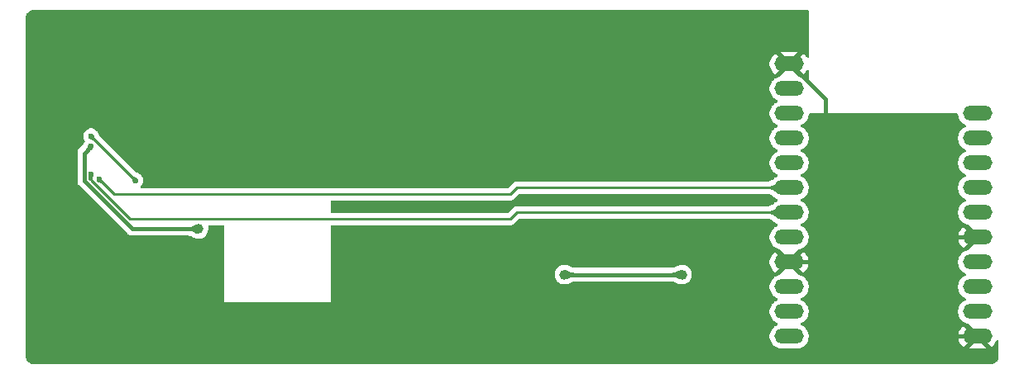
<source format=gbr>
%TF.GenerationSoftware,KiCad,Pcbnew,9.0.3*%
%TF.CreationDate,2025-08-31T00:36:59+09:00*%
%TF.ProjectId,dash,64617368-2e6b-4696-9361-645f70636258,rev?*%
%TF.SameCoordinates,Original*%
%TF.FileFunction,Copper,L1,Top*%
%TF.FilePolarity,Positive*%
%FSLAX46Y46*%
G04 Gerber Fmt 4.6, Leading zero omitted, Abs format (unit mm)*
G04 Created by KiCad (PCBNEW 9.0.3) date 2025-08-31 00:36:59*
%MOMM*%
%LPD*%
G01*
G04 APERTURE LIST*
%TA.AperFunction,ComponentPad*%
%ADD10O,3.000000X1.500000*%
%TD*%
%TA.AperFunction,ViaPad*%
%ADD11C,0.600000*%
%TD*%
%TA.AperFunction,ViaPad*%
%ADD12C,1.000000*%
%TD*%
%TA.AperFunction,Conductor*%
%ADD13C,0.400000*%
%TD*%
%TA.AperFunction,Conductor*%
%ADD14C,0.250000*%
%TD*%
G04 APERTURE END LIST*
D10*
%TO.P,U1,1,GND*%
%TO.N,GND*%
X165610000Y-67380000D03*
%TO.P,U1,2,G4*%
%TO.N,/~{D{slash}C}*%
X165610000Y-69920000D03*
%TO.P,U1,3,G5*%
%TO.N,/~{CS}*%
X165610000Y-72460000D03*
%TO.P,U1,4,G6*%
%TO.N,/SCK*%
X165610000Y-75000000D03*
%TO.P,U1,5,G7*%
%TO.N,/MOSI*%
X165610000Y-77540000D03*
%TO.P,U1,6,G8*%
%TO.N,/~{RES}*%
X165610000Y-80080000D03*
%TO.P,U1,7,G10*%
%TO.N,/BUSY*%
X165610000Y-82620000D03*
%TO.P,U1,8,5V*%
%TO.N,unconnected-(U1-5V-Pad8)*%
X165610000Y-85160000D03*
%TO.P,U1,9,GND*%
%TO.N,GND*%
X165610000Y-87700000D03*
%TO.P,U1,10,5V*%
%TO.N,unconnected-(U1-5V-Pad10)*%
X165610000Y-90240000D03*
%TO.P,U1,11,G1*%
%TO.N,/SDA*%
X165610000Y-92780000D03*
%TO.P,U1,12,G0*%
%TO.N,/SCL*%
X165610000Y-95320000D03*
%TO.P,U1,13,GND*%
%TO.N,GND*%
X184890000Y-95320000D03*
%TO.P,U1,14,5V*%
%TO.N,unconnected-(U1-5V-Pad14)*%
X184890000Y-92780000D03*
%TO.P,U1,15,G19*%
%TO.N,unconnected-(U1-G19-Pad15)*%
X184890000Y-90240000D03*
%TO.P,U1,16,G18*%
%TO.N,unconnected-(U1-G18-Pad16)*%
X184890000Y-87700000D03*
%TO.P,U1,17,GND*%
%TO.N,GND*%
X184890000Y-85160000D03*
%TO.P,U1,18,G9*%
%TO.N,unconnected-(U1-G9-Pad18)*%
X184890000Y-82620000D03*
%TO.P,U1,19,EN*%
%TO.N,unconnected-(U1-EN-Pad19)*%
X184890000Y-80080000D03*
%TO.P,U1,20,G20*%
%TO.N,unconnected-(U1-G20-Pad20)*%
X184890000Y-77540000D03*
%TO.P,U1,21,G21*%
%TO.N,unconnected-(U1-G21-Pad21)*%
X184890000Y-75000000D03*
%TO.P,U1,22,3V3*%
%TO.N,+3.3V*%
X184890000Y-72460000D03*
%TD*%
D11*
%TO.N,GND*%
X144400000Y-94500000D03*
X97100000Y-91450000D03*
X100450000Y-78500000D03*
X145500000Y-62850000D03*
X97550000Y-86600000D03*
X166700000Y-62850000D03*
X170500000Y-97200000D03*
X88450000Y-91650000D03*
X155500000Y-97550000D03*
X130500000Y-62850000D03*
X95500000Y-97200000D03*
X115500000Y-62850000D03*
X100500000Y-62850000D03*
X160500000Y-62850000D03*
X182350000Y-76350000D03*
X168750000Y-87700000D03*
X88450000Y-62850000D03*
X100200000Y-85850000D03*
X122550000Y-89600000D03*
X125500000Y-97550000D03*
X171900000Y-86800000D03*
X110500000Y-97200000D03*
X88450000Y-97150000D03*
X88450000Y-70650000D03*
X130450000Y-82050000D03*
X140500000Y-97550000D03*
X155600000Y-81300000D03*
X169300000Y-73250000D03*
X180850000Y-73250000D03*
X186050000Y-97200000D03*
X88450000Y-81650000D03*
D12*
%TO.N,+3.3V*%
X142600000Y-89000000D03*
X154650000Y-89000000D03*
D11*
%TO.N,/~{RES}*%
X94950000Y-79225000D03*
D12*
%TO.N,/RESE*%
X105150000Y-84300000D03*
D11*
X94150000Y-75850000D03*
%TO.N,/GDR*%
X98700000Y-79350000D03*
X94150000Y-74800000D03*
%TO.N,/BUSY*%
X94150000Y-78725000D03*
%TD*%
D13*
%TO.N,GND*%
X181550000Y-95320000D02*
X184140000Y-95320000D01*
X181550000Y-87700000D02*
X181550000Y-95320000D01*
X166360000Y-87700000D02*
X169300000Y-87700000D01*
X166360000Y-68060000D02*
X169300000Y-71000000D01*
X166360000Y-67380000D02*
X166360000Y-68060000D01*
X184140000Y-85160000D02*
X181550000Y-85160000D01*
X181550000Y-85160000D02*
X181550000Y-87700000D01*
X169300000Y-87700000D02*
X181550000Y-87700000D01*
X169300000Y-71000000D02*
X169300000Y-87700000D01*
%TO.N,+3.3V*%
X142600000Y-89000000D02*
X154650000Y-89000000D01*
D14*
%TO.N,/~{RES}*%
X137730000Y-80080000D02*
X166360000Y-80080000D01*
X96485000Y-80760000D02*
X137050000Y-80760000D01*
X94950000Y-79225000D02*
X96485000Y-80760000D01*
X137050000Y-80760000D02*
X137730000Y-80080000D01*
D13*
%TO.N,/RESE*%
X98395826Y-84300000D02*
X93449000Y-79353174D01*
X105150000Y-84300000D02*
X98395826Y-84300000D01*
X93449000Y-79353174D02*
X93449000Y-76551000D01*
X93449000Y-76551000D02*
X94150000Y-75850000D01*
D14*
%TO.N,/GDR*%
X94150000Y-74800000D02*
X98700000Y-79350000D01*
%TO.N,/BUSY*%
X94150000Y-79310298D02*
X98139702Y-83300000D01*
X98139702Y-83300000D02*
X137050000Y-83300000D01*
X137050000Y-83300000D02*
X137730000Y-82620000D01*
X94150000Y-78725000D02*
X94150000Y-79310298D01*
X137730000Y-82620000D02*
X166360000Y-82620000D01*
%TD*%
%TA.AperFunction,Conductor*%
%TO.N,GND*%
G36*
X167573039Y-61870185D02*
G01*
X167618794Y-61922989D01*
X167630000Y-61974500D01*
X167630000Y-66619744D01*
X167610315Y-66686783D01*
X167557511Y-66732538D01*
X167488353Y-66742482D01*
X167424797Y-66713457D01*
X167405683Y-66692630D01*
X167313450Y-66565686D01*
X167313443Y-66565677D01*
X167174322Y-66426556D01*
X167025280Y-66318269D01*
X166413550Y-66930000D01*
X166300756Y-66930000D01*
X166186306Y-66960667D01*
X166083694Y-67019910D01*
X165999910Y-67103694D01*
X165940667Y-67206306D01*
X165910000Y-67320756D01*
X165910000Y-67439244D01*
X165940667Y-67553694D01*
X165999910Y-67656306D01*
X166083694Y-67740090D01*
X166186306Y-67799333D01*
X166300756Y-67830000D01*
X166413552Y-67830000D01*
X167025280Y-68441729D01*
X167025281Y-68441729D01*
X167174316Y-68333448D01*
X167174322Y-68333443D01*
X167313444Y-68194321D01*
X167405682Y-68067369D01*
X167461013Y-68024704D01*
X167530626Y-68018725D01*
X167592421Y-68051331D01*
X167626778Y-68112170D01*
X167630000Y-68140255D01*
X167630000Y-69158893D01*
X167610315Y-69225932D01*
X167557511Y-69271687D01*
X167488353Y-69281631D01*
X167424797Y-69252606D01*
X167405682Y-69231779D01*
X167369727Y-69182292D01*
X167313828Y-69105354D01*
X167174646Y-68966172D01*
X167015405Y-68850476D01*
X166840029Y-68761117D01*
X166652827Y-68700291D01*
X166602212Y-68692274D01*
X166539077Y-68662344D01*
X166533930Y-68657482D01*
X165610000Y-67733552D01*
X164686068Y-68657482D01*
X164624745Y-68690967D01*
X164617787Y-68692274D01*
X164567171Y-68700291D01*
X164379970Y-68761117D01*
X164204594Y-68850476D01*
X164113741Y-68916485D01*
X164045354Y-68966172D01*
X164045352Y-68966174D01*
X164045351Y-68966174D01*
X163906174Y-69105351D01*
X163906174Y-69105352D01*
X163906172Y-69105354D01*
X163856485Y-69173741D01*
X163790476Y-69264594D01*
X163701117Y-69439970D01*
X163640290Y-69627173D01*
X163609500Y-69821577D01*
X163609500Y-70018422D01*
X163640290Y-70212826D01*
X163701117Y-70400029D01*
X163782411Y-70559576D01*
X163790476Y-70575405D01*
X163906172Y-70734646D01*
X164045354Y-70873828D01*
X164204595Y-70989524D01*
X164327992Y-71052397D01*
X164381213Y-71079515D01*
X164432009Y-71127489D01*
X164448804Y-71195310D01*
X164426267Y-71261445D01*
X164381213Y-71300485D01*
X164204594Y-71390476D01*
X164113741Y-71456485D01*
X164045354Y-71506172D01*
X164045352Y-71506174D01*
X164045351Y-71506174D01*
X163906174Y-71645351D01*
X163906174Y-71645352D01*
X163906172Y-71645354D01*
X163856485Y-71713741D01*
X163790476Y-71804594D01*
X163701117Y-71979970D01*
X163640290Y-72167173D01*
X163609500Y-72361577D01*
X163609500Y-72558422D01*
X163640290Y-72752826D01*
X163701117Y-72940029D01*
X163790476Y-73115405D01*
X163906172Y-73274646D01*
X164045354Y-73413828D01*
X164204595Y-73529524D01*
X164327992Y-73592397D01*
X164381213Y-73619515D01*
X164432009Y-73667489D01*
X164448804Y-73735310D01*
X164426267Y-73801445D01*
X164381213Y-73840485D01*
X164204594Y-73930476D01*
X164113741Y-73996485D01*
X164045354Y-74046172D01*
X164045352Y-74046174D01*
X164045351Y-74046174D01*
X163906174Y-74185351D01*
X163906174Y-74185352D01*
X163906172Y-74185354D01*
X163856485Y-74253741D01*
X163790476Y-74344594D01*
X163701117Y-74519970D01*
X163640290Y-74707173D01*
X163609500Y-74901577D01*
X163609500Y-75098422D01*
X163640290Y-75292826D01*
X163701117Y-75480029D01*
X163762684Y-75600860D01*
X163790476Y-75655405D01*
X163906172Y-75814646D01*
X164045354Y-75953828D01*
X164204595Y-76069524D01*
X164327992Y-76132397D01*
X164381213Y-76159515D01*
X164432009Y-76207489D01*
X164448804Y-76275310D01*
X164426267Y-76341445D01*
X164381213Y-76380485D01*
X164204594Y-76470476D01*
X164119896Y-76532014D01*
X164045354Y-76586172D01*
X164045352Y-76586174D01*
X164045351Y-76586174D01*
X163906174Y-76725351D01*
X163906174Y-76725352D01*
X163906172Y-76725354D01*
X163871041Y-76773707D01*
X163790476Y-76884594D01*
X163701117Y-77059970D01*
X163640290Y-77247173D01*
X163609500Y-77441577D01*
X163609500Y-77638422D01*
X163640290Y-77832826D01*
X163701117Y-78020029D01*
X163743501Y-78103211D01*
X163790476Y-78195405D01*
X163906172Y-78354646D01*
X164045354Y-78493828D01*
X164204595Y-78609524D01*
X164327992Y-78672397D01*
X164381213Y-78699515D01*
X164389211Y-78707069D01*
X164399508Y-78710943D01*
X164414161Y-78730633D01*
X164432009Y-78747489D01*
X164434653Y-78758167D01*
X164441222Y-78766994D01*
X164442903Y-78791484D01*
X164448804Y-78815310D01*
X164445255Y-78825723D01*
X164446009Y-78836700D01*
X164434185Y-78858208D01*
X164426267Y-78881445D01*
X164416768Y-78889891D01*
X164412351Y-78897928D01*
X164387437Y-78915975D01*
X164384038Y-78918999D01*
X164380373Y-78920986D01*
X164379975Y-78921116D01*
X164204595Y-79010476D01*
X164176038Y-79031223D01*
X164169486Y-79035339D01*
X164169308Y-79035464D01*
X164169307Y-79035465D01*
X164125199Y-79066585D01*
X164120588Y-79070569D01*
X164120361Y-79070306D01*
X164111194Y-79078334D01*
X164045350Y-79126175D01*
X163906166Y-79265360D01*
X163899526Y-79274500D01*
X163892340Y-79281012D01*
X163889507Y-79286597D01*
X163861906Y-79308594D01*
X163848610Y-79316386D01*
X163832089Y-79324486D01*
X163681328Y-79384976D01*
X163665449Y-79390136D01*
X163491304Y-79434014D01*
X163473288Y-79437162D01*
X163334912Y-79450933D01*
X163317754Y-79453140D01*
X163315058Y-79453487D01*
X163299241Y-79454500D01*
X137668389Y-79454500D01*
X137607971Y-79466518D01*
X137564743Y-79475116D01*
X137547546Y-79478537D01*
X137433716Y-79525687D01*
X137433707Y-79525692D01*
X137331268Y-79594140D01*
X137300778Y-79624631D01*
X137244142Y-79681267D01*
X137244139Y-79681270D01*
X136827229Y-80098181D01*
X136765906Y-80131666D01*
X136739548Y-80134500D01*
X99346941Y-80134500D01*
X99279902Y-80114815D01*
X99234147Y-80062011D01*
X99224203Y-79992853D01*
X99253228Y-79929297D01*
X99259260Y-79922819D01*
X99321786Y-79860292D01*
X99321789Y-79860289D01*
X99409394Y-79729179D01*
X99469737Y-79583497D01*
X99500500Y-79428842D01*
X99500500Y-79271158D01*
X99500500Y-79271155D01*
X99500499Y-79271153D01*
X99499347Y-79265360D01*
X99469737Y-79116503D01*
X99450602Y-79070306D01*
X99409397Y-78970827D01*
X99409390Y-78970814D01*
X99321789Y-78839711D01*
X99321786Y-78839707D01*
X99210296Y-78728217D01*
X99210292Y-78728214D01*
X99210289Y-78728211D01*
X99166399Y-78698884D01*
X99118373Y-78666793D01*
X99118373Y-78666794D01*
X99116124Y-78665291D01*
X99093162Y-78648455D01*
X99082087Y-78642549D01*
X99079179Y-78640606D01*
X99077057Y-78639472D01*
X99070562Y-78636403D01*
X98962366Y-78578706D01*
X98962347Y-78578696D01*
X98962338Y-78578692D01*
X98936199Y-78566228D01*
X98921323Y-78559135D01*
X98921271Y-78559112D01*
X98919402Y-78558322D01*
X98919386Y-78558315D01*
X98919377Y-78558312D01*
X98916092Y-78557094D01*
X98876816Y-78542533D01*
X98876791Y-78542524D01*
X98794210Y-78516063D01*
X98789735Y-78514534D01*
X98764186Y-78505259D01*
X98724320Y-78481559D01*
X98711471Y-78470187D01*
X98681477Y-78445625D01*
X98679273Y-78443820D01*
X98670156Y-78435565D01*
X95049419Y-74814828D01*
X95039394Y-74803499D01*
X95036609Y-74799936D01*
X95026806Y-74785302D01*
X95014453Y-74771583D01*
X95011795Y-74768181D01*
X95007285Y-74756815D01*
X94990587Y-74726978D01*
X94989531Y-74723403D01*
X94989396Y-74722963D01*
X94986526Y-74713913D01*
X94952807Y-74610951D01*
X94936704Y-74568368D01*
X94935870Y-74566431D01*
X94915933Y-74525342D01*
X94859872Y-74421976D01*
X94859394Y-74420821D01*
X94858607Y-74419644D01*
X94849892Y-74403574D01*
X94838570Y-74383777D01*
X94838034Y-74382887D01*
X94793965Y-74320822D01*
X94793963Y-74320820D01*
X94793853Y-74320665D01*
X94783628Y-74307429D01*
X94771788Y-74289710D01*
X94771784Y-74289705D01*
X94660292Y-74178213D01*
X94660288Y-74178210D01*
X94529185Y-74090609D01*
X94529172Y-74090602D01*
X94383501Y-74030264D01*
X94383489Y-74030261D01*
X94228845Y-73999500D01*
X94228842Y-73999500D01*
X94071158Y-73999500D01*
X94071155Y-73999500D01*
X93916510Y-74030261D01*
X93916498Y-74030264D01*
X93770827Y-74090602D01*
X93770814Y-74090609D01*
X93639711Y-74178210D01*
X93639707Y-74178213D01*
X93528213Y-74289707D01*
X93528210Y-74289711D01*
X93440609Y-74420814D01*
X93440602Y-74420827D01*
X93380264Y-74566498D01*
X93380261Y-74566510D01*
X93349500Y-74721153D01*
X93349500Y-74878846D01*
X93380261Y-75033489D01*
X93380264Y-75033501D01*
X93440602Y-75179172D01*
X93440612Y-75179190D01*
X93492008Y-75256110D01*
X93497977Y-75275173D01*
X93508481Y-75292170D01*
X93508204Y-75307835D01*
X93512886Y-75322787D01*
X93507600Y-75342053D01*
X93507248Y-75362029D01*
X93495219Y-75387183D01*
X93494401Y-75390167D01*
X93492022Y-75393870D01*
X93490926Y-75395511D01*
X93483634Y-75405342D01*
X93461926Y-75431772D01*
X93359914Y-75600109D01*
X93359456Y-75600860D01*
X93316823Y-75670098D01*
X93304091Y-75687262D01*
X93217155Y-75785492D01*
X93190776Y-75817704D01*
X93182522Y-75826819D01*
X92904887Y-76104454D01*
X92828222Y-76219192D01*
X92775421Y-76346667D01*
X92775418Y-76346679D01*
X92750794Y-76470476D01*
X92750533Y-76471789D01*
X92748500Y-76482007D01*
X92748500Y-79284180D01*
X92748500Y-79422168D01*
X92748500Y-79422170D01*
X92748499Y-79422170D01*
X92775418Y-79557496D01*
X92775421Y-79557506D01*
X92828222Y-79684981D01*
X92904887Y-79799719D01*
X92904888Y-79799720D01*
X97851712Y-84746542D01*
X97905080Y-84799910D01*
X97949285Y-84844115D01*
X98064010Y-84920772D01*
X98064011Y-84920772D01*
X98064015Y-84920775D01*
X98105074Y-84937782D01*
X98191497Y-84973580D01*
X98218417Y-84978934D01*
X98316852Y-84998514D01*
X98326832Y-85000500D01*
X98326833Y-85000500D01*
X104111707Y-85000500D01*
X104120808Y-85000834D01*
X104127613Y-85001334D01*
X104150261Y-85005538D01*
X104227424Y-85008679D01*
X104229423Y-85008827D01*
X104229885Y-85009000D01*
X104237369Y-85009670D01*
X104250921Y-85011553D01*
X104271098Y-85016100D01*
X104311845Y-85028938D01*
X104333064Y-85037867D01*
X104405926Y-85076850D01*
X104409984Y-85078998D01*
X104572545Y-85164083D01*
X104572566Y-85164093D01*
X104602343Y-85178457D01*
X104602359Y-85178464D01*
X104602363Y-85178466D01*
X104603757Y-85179083D01*
X104603773Y-85179089D01*
X104603781Y-85179093D01*
X104622370Y-85186606D01*
X104634272Y-85191417D01*
X104741009Y-85230569D01*
X104766343Y-85239109D01*
X104767535Y-85239476D01*
X104767539Y-85239477D01*
X104793694Y-85246767D01*
X104793701Y-85246768D01*
X104793702Y-85246769D01*
X104917983Y-85277833D01*
X104929334Y-85280531D01*
X104929866Y-85280651D01*
X104995065Y-85290940D01*
X104995072Y-85290939D01*
X104997457Y-85291065D01*
X105015150Y-85293277D01*
X105034914Y-85297209D01*
X105051458Y-85300500D01*
X105051459Y-85300500D01*
X105248543Y-85300500D01*
X105378582Y-85274632D01*
X105441835Y-85262051D01*
X105623914Y-85186632D01*
X105787782Y-85077139D01*
X105927139Y-84937782D01*
X105927141Y-84937780D01*
X106036628Y-84773920D01*
X106036628Y-84773919D01*
X106036632Y-84773914D01*
X106112051Y-84591835D01*
X106150500Y-84398541D01*
X106150500Y-84201459D01*
X106150500Y-84201456D01*
X106150499Y-84201454D01*
X106125086Y-84073691D01*
X106131313Y-84004100D01*
X106174176Y-83948922D01*
X106240066Y-83925678D01*
X106246703Y-83925500D01*
X107676000Y-83925500D01*
X107743039Y-83945185D01*
X107788794Y-83997989D01*
X107800000Y-84049500D01*
X107800000Y-91850000D01*
X118700000Y-91850000D01*
X118700000Y-90141577D01*
X163609500Y-90141577D01*
X163609500Y-90338422D01*
X163640290Y-90532826D01*
X163701117Y-90720029D01*
X163790476Y-90895405D01*
X163906172Y-91054646D01*
X164045354Y-91193828D01*
X164204595Y-91309524D01*
X164327992Y-91372397D01*
X164381213Y-91399515D01*
X164432009Y-91447489D01*
X164448804Y-91515310D01*
X164426267Y-91581445D01*
X164381213Y-91620485D01*
X164204594Y-91710476D01*
X164113741Y-91776485D01*
X164045354Y-91826172D01*
X164045352Y-91826174D01*
X164045351Y-91826174D01*
X163906174Y-91965351D01*
X163906174Y-91965352D01*
X163906172Y-91965354D01*
X163856485Y-92033741D01*
X163790476Y-92124594D01*
X163701117Y-92299970D01*
X163640290Y-92487173D01*
X163609500Y-92681577D01*
X163609500Y-92878422D01*
X163640290Y-93072826D01*
X163701117Y-93260029D01*
X163790476Y-93435405D01*
X163906172Y-93594646D01*
X164045354Y-93733828D01*
X164204595Y-93849524D01*
X164327992Y-93912397D01*
X164381213Y-93939515D01*
X164432009Y-93987489D01*
X164448804Y-94055310D01*
X164426267Y-94121445D01*
X164381213Y-94160485D01*
X164204594Y-94250476D01*
X164113741Y-94316485D01*
X164045354Y-94366172D01*
X164045352Y-94366174D01*
X164045351Y-94366174D01*
X163906174Y-94505351D01*
X163906174Y-94505352D01*
X163906172Y-94505354D01*
X163905937Y-94505678D01*
X163790476Y-94664594D01*
X163701117Y-94839970D01*
X163640290Y-95027173D01*
X163609500Y-95221577D01*
X163609500Y-95418422D01*
X163640290Y-95612826D01*
X163701117Y-95800029D01*
X163790343Y-95975143D01*
X163790476Y-95975405D01*
X163906172Y-96134646D01*
X164045354Y-96273828D01*
X164204595Y-96389524D01*
X164262428Y-96418991D01*
X164379970Y-96478882D01*
X164379972Y-96478882D01*
X164379975Y-96478884D01*
X164480317Y-96511487D01*
X164567173Y-96539709D01*
X164761578Y-96570500D01*
X164761583Y-96570500D01*
X166458422Y-96570500D01*
X166503079Y-96563427D01*
X184000124Y-96563427D01*
X184041624Y-96570000D01*
X185738377Y-96570000D01*
X185779874Y-96563427D01*
X185779875Y-96563427D01*
X184890000Y-95673552D01*
X184000124Y-96563427D01*
X166503079Y-96563427D01*
X166652826Y-96539709D01*
X166840025Y-96478884D01*
X167015405Y-96389524D01*
X167174646Y-96273828D01*
X167313828Y-96134646D01*
X167429524Y-95975405D01*
X167518884Y-95800025D01*
X167579709Y-95612826D01*
X167579728Y-95612705D01*
X167610500Y-95418422D01*
X167610500Y-95221617D01*
X182890000Y-95221617D01*
X182890000Y-95418382D01*
X182920778Y-95612705D01*
X182981581Y-95799835D01*
X183070904Y-95975143D01*
X183186555Y-96134321D01*
X183325677Y-96273443D01*
X183474718Y-96381729D01*
X183474719Y-96381728D01*
X184086448Y-95770000D01*
X184199244Y-95770000D01*
X184313694Y-95739333D01*
X184416306Y-95680090D01*
X184500090Y-95596306D01*
X184559333Y-95493694D01*
X184590000Y-95379244D01*
X184590000Y-95260756D01*
X184559333Y-95146306D01*
X184500090Y-95043694D01*
X184416306Y-94959910D01*
X184313694Y-94900667D01*
X184199244Y-94870000D01*
X184086449Y-94870000D01*
X183474719Y-94258270D01*
X183474716Y-94258269D01*
X183325686Y-94366549D01*
X183325677Y-94366556D01*
X183186555Y-94505678D01*
X183070904Y-94664856D01*
X182981581Y-94840164D01*
X182920778Y-95027294D01*
X182890000Y-95221617D01*
X167610500Y-95221617D01*
X167610500Y-95221577D01*
X167579709Y-95027173D01*
X167518882Y-94839970D01*
X167471743Y-94747455D01*
X167429524Y-94664595D01*
X167313828Y-94505354D01*
X167174646Y-94366172D01*
X167095025Y-94308324D01*
X167015403Y-94250474D01*
X166838787Y-94160485D01*
X166787990Y-94112511D01*
X166771195Y-94044690D01*
X166793732Y-93978555D01*
X166838787Y-93939515D01*
X167015403Y-93849525D01*
X167015402Y-93849525D01*
X167015405Y-93849524D01*
X167174646Y-93733828D01*
X167313828Y-93594646D01*
X167429524Y-93435405D01*
X167518884Y-93260025D01*
X167579709Y-93072826D01*
X167610500Y-92878422D01*
X167610500Y-92681577D01*
X167579709Y-92487173D01*
X167518882Y-92299970D01*
X167429523Y-92124594D01*
X167313828Y-91965354D01*
X167174646Y-91826172D01*
X167095025Y-91768324D01*
X167015403Y-91710474D01*
X166838787Y-91620485D01*
X166787990Y-91572511D01*
X166771195Y-91504690D01*
X166793732Y-91438555D01*
X166838787Y-91399515D01*
X167015403Y-91309525D01*
X167015402Y-91309525D01*
X167015405Y-91309524D01*
X167174646Y-91193828D01*
X167313828Y-91054646D01*
X167429524Y-90895405D01*
X167518884Y-90720025D01*
X167579709Y-90532826D01*
X167610500Y-90338422D01*
X167610500Y-90141577D01*
X167579709Y-89947173D01*
X167525065Y-89778998D01*
X167518884Y-89759975D01*
X167518882Y-89759972D01*
X167518882Y-89759970D01*
X167429523Y-89584594D01*
X167313828Y-89425354D01*
X167174646Y-89286172D01*
X167015405Y-89170476D01*
X166840029Y-89081117D01*
X166652827Y-89020291D01*
X166602212Y-89012274D01*
X166539077Y-88982344D01*
X166533930Y-88977482D01*
X165610000Y-88053552D01*
X164686068Y-88977482D01*
X164624745Y-89010967D01*
X164617787Y-89012274D01*
X164567171Y-89020291D01*
X164379970Y-89081117D01*
X164204594Y-89170476D01*
X164113741Y-89236485D01*
X164045354Y-89286172D01*
X164045352Y-89286174D01*
X164045351Y-89286174D01*
X163906174Y-89425351D01*
X163906174Y-89425352D01*
X163906172Y-89425354D01*
X163870896Y-89473907D01*
X163790476Y-89584594D01*
X163701117Y-89759970D01*
X163640290Y-89947173D01*
X163609500Y-90141577D01*
X118700000Y-90141577D01*
X118700000Y-89098543D01*
X141599499Y-89098543D01*
X141637947Y-89291829D01*
X141637950Y-89291839D01*
X141713364Y-89473907D01*
X141713371Y-89473920D01*
X141822860Y-89637781D01*
X141822863Y-89637785D01*
X141962214Y-89777136D01*
X141962218Y-89777139D01*
X142126079Y-89886628D01*
X142126092Y-89886635D01*
X142272246Y-89947173D01*
X142308165Y-89962051D01*
X142308169Y-89962051D01*
X142308170Y-89962052D01*
X142501456Y-90000500D01*
X142501459Y-90000500D01*
X142698542Y-90000500D01*
X142734847Y-89993278D01*
X142781382Y-89984021D01*
X142794030Y-89982178D01*
X142827494Y-89979054D01*
X142929045Y-89954645D01*
X142950175Y-89949081D01*
X142951145Y-89948803D01*
X142971923Y-89942361D01*
X143064490Y-89911464D01*
X143094520Y-89900372D01*
X143095900Y-89899812D01*
X143125482Y-89886690D01*
X143284544Y-89809948D01*
X143294138Y-89805092D01*
X143301671Y-89801280D01*
X143301694Y-89801268D01*
X143302471Y-89800856D01*
X143302482Y-89800849D01*
X143302495Y-89800843D01*
X143309147Y-89797155D01*
X143318911Y-89791743D01*
X143354499Y-89771141D01*
X143356245Y-89770150D01*
X143410473Y-89739922D01*
X143423041Y-89733817D01*
X143426404Y-89732412D01*
X143440017Y-89726724D01*
X143460365Y-89720219D01*
X143484340Y-89714780D01*
X143503937Y-89711957D01*
X143611255Y-89705188D01*
X143649301Y-89701339D01*
X143649301Y-89701338D01*
X143651366Y-89701130D01*
X143663847Y-89700500D01*
X153611707Y-89700500D01*
X153620808Y-89700834D01*
X153627613Y-89701334D01*
X153650261Y-89705538D01*
X153727424Y-89708679D01*
X153729423Y-89708827D01*
X153729885Y-89709000D01*
X153737369Y-89709670D01*
X153750921Y-89711553D01*
X153771098Y-89716100D01*
X153811845Y-89728938D01*
X153833064Y-89737867D01*
X153905926Y-89776850D01*
X153909984Y-89778998D01*
X154072545Y-89864083D01*
X154072566Y-89864093D01*
X154102343Y-89878457D01*
X154102359Y-89878464D01*
X154102363Y-89878466D01*
X154103757Y-89879083D01*
X154103773Y-89879089D01*
X154103781Y-89879093D01*
X154122370Y-89886606D01*
X154134272Y-89891417D01*
X154241009Y-89930569D01*
X154266343Y-89939109D01*
X154267535Y-89939476D01*
X154267539Y-89939477D01*
X154293694Y-89946767D01*
X154293701Y-89946768D01*
X154293702Y-89946769D01*
X154417983Y-89977833D01*
X154429334Y-89980531D01*
X154429866Y-89980651D01*
X154495065Y-89990940D01*
X154495072Y-89990939D01*
X154497457Y-89991065D01*
X154515150Y-89993277D01*
X154534914Y-89997209D01*
X154551458Y-90000500D01*
X154551459Y-90000500D01*
X154748543Y-90000500D01*
X154878582Y-89974632D01*
X154941835Y-89962051D01*
X155123914Y-89886632D01*
X155287782Y-89777139D01*
X155427139Y-89637782D01*
X155536632Y-89473914D01*
X155612051Y-89291835D01*
X155650500Y-89098541D01*
X155650500Y-88901459D01*
X155650500Y-88901456D01*
X155612052Y-88708170D01*
X155612051Y-88708169D01*
X155612051Y-88708165D01*
X155589385Y-88653443D01*
X155536635Y-88526092D01*
X155536628Y-88526079D01*
X155427139Y-88362218D01*
X155427136Y-88362214D01*
X155287785Y-88222863D01*
X155287781Y-88222860D01*
X155123920Y-88113371D01*
X155123907Y-88113364D01*
X154941839Y-88037950D01*
X154941829Y-88037947D01*
X154748543Y-87999500D01*
X154748541Y-87999500D01*
X154551459Y-87999500D01*
X154551454Y-87999500D01*
X154468639Y-88015973D01*
X154455977Y-88017819D01*
X154422506Y-88020944D01*
X154422497Y-88020945D01*
X154320979Y-88045346D01*
X154299802Y-88050923D01*
X154298860Y-88051193D01*
X154278058Y-88057642D01*
X154185514Y-88088530D01*
X154155446Y-88099638D01*
X154154064Y-88100199D01*
X154124526Y-88113302D01*
X153965433Y-88190060D01*
X153948499Y-88198627D01*
X153947724Y-88199038D01*
X153931087Y-88208255D01*
X153895573Y-88228813D01*
X153893830Y-88229803D01*
X153839523Y-88260077D01*
X153826944Y-88266186D01*
X153809989Y-88273269D01*
X153789624Y-88279779D01*
X153765657Y-88285216D01*
X153746031Y-88288043D01*
X153638753Y-88294810D01*
X153622647Y-88296440D01*
X153600647Y-88298667D01*
X153600644Y-88298667D01*
X153598647Y-88298870D01*
X153586161Y-88299500D01*
X143638299Y-88299500D01*
X143629196Y-88299165D01*
X143622385Y-88298663D01*
X143599740Y-88294461D01*
X143522628Y-88291320D01*
X143520569Y-88291169D01*
X143520108Y-88290996D01*
X143512609Y-88290324D01*
X143499091Y-88288446D01*
X143478891Y-88283895D01*
X143438153Y-88271059D01*
X143416927Y-88262128D01*
X143344027Y-88223125D01*
X143340195Y-88221097D01*
X143340108Y-88221051D01*
X143340041Y-88221016D01*
X143261362Y-88179835D01*
X143177444Y-88135911D01*
X143147486Y-88121465D01*
X143146137Y-88120869D01*
X143146126Y-88120864D01*
X143146118Y-88120861D01*
X143115743Y-88108588D01*
X143091358Y-88099643D01*
X143008976Y-88069423D01*
X142983739Y-88060914D01*
X142982526Y-88060540D01*
X142956309Y-88053230D01*
X142832052Y-88022173D01*
X142819888Y-88019292D01*
X142819370Y-88019176D01*
X142819356Y-88019173D01*
X142819345Y-88019171D01*
X142754930Y-88009057D01*
X142752578Y-88008935D01*
X142734853Y-88006722D01*
X142698541Y-87999500D01*
X142501459Y-87999500D01*
X142501457Y-87999500D01*
X142308170Y-88037947D01*
X142308160Y-88037950D01*
X142126092Y-88113364D01*
X142126079Y-88113371D01*
X141962218Y-88222860D01*
X141962214Y-88222863D01*
X141822863Y-88362214D01*
X141822860Y-88362218D01*
X141713371Y-88526079D01*
X141713364Y-88526092D01*
X141637950Y-88708160D01*
X141637947Y-88708170D01*
X141599500Y-88901456D01*
X141599500Y-88901459D01*
X141599500Y-89098541D01*
X141599500Y-89098543D01*
X141599499Y-89098543D01*
X118700000Y-89098543D01*
X118700000Y-87601617D01*
X163610000Y-87601617D01*
X163610000Y-87798382D01*
X163640778Y-87992705D01*
X163701581Y-88179835D01*
X163790904Y-88355143D01*
X163906555Y-88514321D01*
X164045677Y-88653443D01*
X164194718Y-88761729D01*
X164194719Y-88761729D01*
X165256448Y-87700000D01*
X165256448Y-87699999D01*
X165197205Y-87640756D01*
X165910000Y-87640756D01*
X165910000Y-87759244D01*
X165940667Y-87873694D01*
X165999910Y-87976306D01*
X166083694Y-88060090D01*
X166186306Y-88119333D01*
X166300756Y-88150000D01*
X166413552Y-88150000D01*
X167025280Y-88761729D01*
X167025281Y-88761729D01*
X167174316Y-88653448D01*
X167174322Y-88653443D01*
X167313444Y-88514321D01*
X167429095Y-88355143D01*
X167518418Y-88179835D01*
X167579221Y-87992705D01*
X167610000Y-87798382D01*
X167610000Y-87601617D01*
X167579221Y-87407294D01*
X167518418Y-87220164D01*
X167429095Y-87044856D01*
X167313444Y-86885678D01*
X167174322Y-86746556D01*
X167025280Y-86638269D01*
X166413550Y-87250000D01*
X166300756Y-87250000D01*
X166186306Y-87280667D01*
X166083694Y-87339910D01*
X165999910Y-87423694D01*
X165940667Y-87526306D01*
X165910000Y-87640756D01*
X165197205Y-87640756D01*
X164194719Y-86638270D01*
X164194716Y-86638269D01*
X164045686Y-86746549D01*
X164045677Y-86746556D01*
X163906555Y-86885678D01*
X163790904Y-87044856D01*
X163701581Y-87220164D01*
X163640778Y-87407294D01*
X163610000Y-87601617D01*
X118700000Y-87601617D01*
X118700000Y-84049500D01*
X118719685Y-83982461D01*
X118772489Y-83936706D01*
X118824000Y-83925500D01*
X137111608Y-83925500D01*
X137111608Y-83925499D01*
X137192046Y-83909500D01*
X137232452Y-83901463D01*
X137265792Y-83887652D01*
X137346286Y-83854312D01*
X137397509Y-83820084D01*
X137399798Y-83818555D01*
X137410271Y-83811556D01*
X137448733Y-83785858D01*
X137535858Y-83698733D01*
X137535859Y-83698731D01*
X137542925Y-83691665D01*
X137542927Y-83691661D01*
X137952771Y-83281819D01*
X138014094Y-83248334D01*
X138040452Y-83245500D01*
X163305258Y-83245500D01*
X163318471Y-83246206D01*
X163326841Y-83247102D01*
X163334722Y-83249051D01*
X163485501Y-83264105D01*
X163485811Y-83264139D01*
X163485996Y-83264215D01*
X163498734Y-83266219D01*
X163572948Y-83282227D01*
X163581536Y-83284403D01*
X163675409Y-83311807D01*
X163683908Y-83314626D01*
X163772431Y-83347573D01*
X163781575Y-83351399D01*
X163849460Y-83383048D01*
X163897381Y-83422548D01*
X163906164Y-83434637D01*
X163906171Y-83434645D01*
X164045359Y-83573833D01*
X164118335Y-83626852D01*
X164118336Y-83626852D01*
X164121928Y-83629462D01*
X164137544Y-83642611D01*
X164148050Y-83648441D01*
X164204595Y-83689524D01*
X164333204Y-83755053D01*
X164381213Y-83779515D01*
X164432009Y-83827489D01*
X164448804Y-83895310D01*
X164426267Y-83961445D01*
X164381213Y-84000485D01*
X164204594Y-84090476D01*
X164113741Y-84156485D01*
X164045354Y-84206172D01*
X164045352Y-84206174D01*
X164045351Y-84206174D01*
X163906174Y-84345351D01*
X163906174Y-84345352D01*
X163906172Y-84345354D01*
X163905937Y-84345678D01*
X163790476Y-84504594D01*
X163701117Y-84679970D01*
X163640290Y-84867173D01*
X163609500Y-85061577D01*
X163609500Y-85258422D01*
X163640290Y-85452826D01*
X163701117Y-85640029D01*
X163790343Y-85815143D01*
X163790476Y-85815405D01*
X163906172Y-85974646D01*
X164045354Y-86113828D01*
X164204595Y-86229524D01*
X164287455Y-86271743D01*
X164379970Y-86318882D01*
X164379972Y-86318882D01*
X164379975Y-86318884D01*
X164567174Y-86379709D01*
X164612458Y-86386881D01*
X164617785Y-86387725D01*
X164680919Y-86417654D01*
X164686068Y-86422517D01*
X165610000Y-87346448D01*
X165610001Y-87346448D01*
X166533930Y-86422517D01*
X166595253Y-86389032D01*
X166602178Y-86387730D01*
X166652826Y-86379709D01*
X166840025Y-86318884D01*
X167015405Y-86229524D01*
X167174646Y-86113828D01*
X167313828Y-85974646D01*
X167429524Y-85815405D01*
X167518884Y-85640025D01*
X167579709Y-85452826D01*
X167579728Y-85452705D01*
X167610500Y-85258422D01*
X167610500Y-85061617D01*
X182890000Y-85061617D01*
X182890000Y-85258382D01*
X182920778Y-85452705D01*
X182981581Y-85639835D01*
X183070904Y-85815143D01*
X183186555Y-85974321D01*
X183325677Y-86113443D01*
X183474718Y-86221729D01*
X183474719Y-86221728D01*
X184086448Y-85610000D01*
X184199244Y-85610000D01*
X184313694Y-85579333D01*
X184416306Y-85520090D01*
X184500090Y-85436306D01*
X184559333Y-85333694D01*
X184590000Y-85219244D01*
X184590000Y-85100756D01*
X184559333Y-84986306D01*
X184500090Y-84883694D01*
X184416306Y-84799910D01*
X184313694Y-84740667D01*
X184199244Y-84710000D01*
X184086449Y-84710000D01*
X183474719Y-84098270D01*
X183474716Y-84098269D01*
X183325686Y-84206549D01*
X183325677Y-84206556D01*
X183186555Y-84345678D01*
X183070904Y-84504856D01*
X182981581Y-84680164D01*
X182920778Y-84867294D01*
X182890000Y-85061617D01*
X167610500Y-85061617D01*
X167610500Y-85061577D01*
X167579709Y-84867173D01*
X167518882Y-84679970D01*
X167471743Y-84587455D01*
X167429524Y-84504595D01*
X167313828Y-84345354D01*
X167174646Y-84206172D01*
X167095025Y-84148324D01*
X167015403Y-84090474D01*
X166838787Y-84000485D01*
X166787990Y-83952511D01*
X166771195Y-83884690D01*
X166793732Y-83818555D01*
X166838787Y-83779515D01*
X167015403Y-83689525D01*
X167015402Y-83689525D01*
X167015405Y-83689524D01*
X167174646Y-83573828D01*
X167313828Y-83434646D01*
X167429524Y-83275405D01*
X167518884Y-83100025D01*
X167579709Y-82912826D01*
X167610500Y-82718422D01*
X167610500Y-82521577D01*
X167579709Y-82327173D01*
X167545568Y-82222100D01*
X167518884Y-82139975D01*
X167518882Y-82139972D01*
X167518882Y-82139970D01*
X167471743Y-82047455D01*
X167429524Y-81964595D01*
X167313828Y-81805354D01*
X167174646Y-81666172D01*
X167092632Y-81606585D01*
X167015403Y-81550474D01*
X166838787Y-81460485D01*
X166787990Y-81412511D01*
X166771195Y-81344690D01*
X166793732Y-81278555D01*
X166838787Y-81239515D01*
X167015403Y-81149525D01*
X167015402Y-81149525D01*
X167015405Y-81149524D01*
X167174646Y-81033828D01*
X167313828Y-80894646D01*
X167429524Y-80735405D01*
X167518884Y-80560025D01*
X167579709Y-80372826D01*
X167610500Y-80178422D01*
X167610500Y-79981577D01*
X167579709Y-79787173D01*
X167545568Y-79682100D01*
X167518884Y-79599975D01*
X167518882Y-79599972D01*
X167518882Y-79599970D01*
X167471743Y-79507455D01*
X167429524Y-79424595D01*
X167313828Y-79265354D01*
X167174646Y-79126172D01*
X167092632Y-79066585D01*
X167015403Y-79010474D01*
X166838787Y-78920485D01*
X166787990Y-78872511D01*
X166771195Y-78804690D01*
X166793732Y-78738555D01*
X166838787Y-78699515D01*
X167015403Y-78609525D01*
X167015402Y-78609525D01*
X167015405Y-78609524D01*
X167174646Y-78493828D01*
X167313828Y-78354646D01*
X167429524Y-78195405D01*
X167518884Y-78020025D01*
X167579709Y-77832826D01*
X167583807Y-77806953D01*
X167610500Y-77638422D01*
X167610500Y-77441577D01*
X167579709Y-77247173D01*
X167518882Y-77059970D01*
X167429523Y-76884594D01*
X167397964Y-76841157D01*
X167313828Y-76725354D01*
X167174646Y-76586172D01*
X167095025Y-76528324D01*
X167015403Y-76470474D01*
X166838787Y-76380485D01*
X166787990Y-76332511D01*
X166771195Y-76264690D01*
X166793732Y-76198555D01*
X166838787Y-76159515D01*
X167015403Y-76069525D01*
X167015402Y-76069525D01*
X167015405Y-76069524D01*
X167174646Y-75953828D01*
X167313828Y-75814646D01*
X167429524Y-75655405D01*
X167518884Y-75480025D01*
X167579709Y-75292826D01*
X167597710Y-75179172D01*
X167610500Y-75098422D01*
X167610500Y-74901577D01*
X167579709Y-74707173D01*
X167533980Y-74566436D01*
X167518884Y-74519975D01*
X167518882Y-74519972D01*
X167518882Y-74519970D01*
X167449488Y-74383777D01*
X167429524Y-74344595D01*
X167313828Y-74185354D01*
X167174646Y-74046172D01*
X167095025Y-73988324D01*
X167015403Y-73930474D01*
X166838787Y-73840485D01*
X166787990Y-73792511D01*
X166771195Y-73724690D01*
X166793732Y-73658555D01*
X166838787Y-73619515D01*
X167015403Y-73529525D01*
X167015402Y-73529525D01*
X167015405Y-73529524D01*
X167174646Y-73413828D01*
X167313828Y-73274646D01*
X167429524Y-73115405D01*
X167518884Y-72940025D01*
X167579709Y-72752826D01*
X167609521Y-72564602D01*
X167639450Y-72501467D01*
X167698762Y-72464536D01*
X167731994Y-72460000D01*
X182768006Y-72460000D01*
X182835045Y-72479685D01*
X182880800Y-72532489D01*
X182890479Y-72564602D01*
X182920290Y-72752826D01*
X182981117Y-72940029D01*
X183070476Y-73115405D01*
X183186172Y-73274646D01*
X183325354Y-73413828D01*
X183484595Y-73529524D01*
X183607992Y-73592397D01*
X183661213Y-73619515D01*
X183712009Y-73667489D01*
X183728804Y-73735310D01*
X183706267Y-73801445D01*
X183661213Y-73840485D01*
X183484594Y-73930476D01*
X183393741Y-73996485D01*
X183325354Y-74046172D01*
X183325352Y-74046174D01*
X183325351Y-74046174D01*
X183186174Y-74185351D01*
X183186174Y-74185352D01*
X183186172Y-74185354D01*
X183136485Y-74253741D01*
X183070476Y-74344594D01*
X182981117Y-74519970D01*
X182920290Y-74707173D01*
X182889500Y-74901577D01*
X182889500Y-75098422D01*
X182920290Y-75292826D01*
X182981117Y-75480029D01*
X183042684Y-75600860D01*
X183070476Y-75655405D01*
X183186172Y-75814646D01*
X183325354Y-75953828D01*
X183484595Y-76069524D01*
X183607992Y-76132397D01*
X183661213Y-76159515D01*
X183712009Y-76207489D01*
X183728804Y-76275310D01*
X183706267Y-76341445D01*
X183661213Y-76380485D01*
X183484594Y-76470476D01*
X183399896Y-76532014D01*
X183325354Y-76586172D01*
X183325352Y-76586174D01*
X183325351Y-76586174D01*
X183186174Y-76725351D01*
X183186174Y-76725352D01*
X183186172Y-76725354D01*
X183151041Y-76773707D01*
X183070476Y-76884594D01*
X182981117Y-77059970D01*
X182920290Y-77247173D01*
X182889500Y-77441577D01*
X182889500Y-77638422D01*
X182920290Y-77832826D01*
X182981117Y-78020029D01*
X183023501Y-78103211D01*
X183070476Y-78195405D01*
X183186172Y-78354646D01*
X183325354Y-78493828D01*
X183484595Y-78609524D01*
X183607992Y-78672397D01*
X183661213Y-78699515D01*
X183712009Y-78747489D01*
X183728804Y-78815310D01*
X183706267Y-78881445D01*
X183661213Y-78920485D01*
X183484594Y-79010476D01*
X183400369Y-79071670D01*
X183325354Y-79126172D01*
X183325352Y-79126174D01*
X183325351Y-79126174D01*
X183186174Y-79265351D01*
X183186174Y-79265352D01*
X183186172Y-79265354D01*
X183154756Y-79308594D01*
X183070476Y-79424594D01*
X182981117Y-79599970D01*
X182920290Y-79787173D01*
X182889500Y-79981577D01*
X182889500Y-80178422D01*
X182920290Y-80372826D01*
X182981117Y-80560029D01*
X183070476Y-80735405D01*
X183186172Y-80894646D01*
X183325354Y-81033828D01*
X183484595Y-81149524D01*
X183607992Y-81212397D01*
X183661213Y-81239515D01*
X183712009Y-81287489D01*
X183728804Y-81355310D01*
X183706267Y-81421445D01*
X183661213Y-81460485D01*
X183484594Y-81550476D01*
X183400369Y-81611670D01*
X183325354Y-81666172D01*
X183325352Y-81666174D01*
X183325351Y-81666174D01*
X183186174Y-81805351D01*
X183186174Y-81805352D01*
X183186172Y-81805354D01*
X183154756Y-81848594D01*
X183070476Y-81964594D01*
X182981117Y-82139970D01*
X182920290Y-82327173D01*
X182889500Y-82521577D01*
X182889500Y-82718422D01*
X182920290Y-82912826D01*
X182981117Y-83100029D01*
X183070476Y-83275405D01*
X183186172Y-83434646D01*
X183325354Y-83573828D01*
X183484595Y-83689524D01*
X183567455Y-83731743D01*
X183659970Y-83778882D01*
X183659972Y-83778882D01*
X183659975Y-83778884D01*
X183847174Y-83839709D01*
X183892458Y-83846881D01*
X183897785Y-83847725D01*
X183960919Y-83877654D01*
X183966068Y-83882517D01*
X184979094Y-84895543D01*
X185012579Y-84956866D01*
X185007595Y-85026558D01*
X184979095Y-85070905D01*
X184890000Y-85160000D01*
X184979094Y-85249094D01*
X185012579Y-85310417D01*
X185007595Y-85380109D01*
X184979094Y-85424456D01*
X183966068Y-86437482D01*
X183904745Y-86470967D01*
X183897787Y-86472274D01*
X183847171Y-86480291D01*
X183659970Y-86541117D01*
X183484594Y-86630476D01*
X183393741Y-86696485D01*
X183325354Y-86746172D01*
X183325352Y-86746174D01*
X183325351Y-86746174D01*
X183186174Y-86885351D01*
X183186174Y-86885352D01*
X183186172Y-86885354D01*
X183185937Y-86885678D01*
X183070476Y-87044594D01*
X182981117Y-87219970D01*
X182920290Y-87407173D01*
X182889500Y-87601577D01*
X182889500Y-87798422D01*
X182920290Y-87992826D01*
X182981117Y-88180029D01*
X183041670Y-88298870D01*
X183070476Y-88355405D01*
X183186172Y-88514646D01*
X183325354Y-88653828D01*
X183484595Y-88769524D01*
X183607992Y-88832397D01*
X183661213Y-88859515D01*
X183712009Y-88907489D01*
X183728804Y-88975310D01*
X183706267Y-89041445D01*
X183661213Y-89080485D01*
X183484594Y-89170476D01*
X183393741Y-89236485D01*
X183325354Y-89286172D01*
X183325352Y-89286174D01*
X183325351Y-89286174D01*
X183186174Y-89425351D01*
X183186174Y-89425352D01*
X183186172Y-89425354D01*
X183150896Y-89473907D01*
X183070476Y-89584594D01*
X182981117Y-89759970D01*
X182920290Y-89947173D01*
X182889500Y-90141577D01*
X182889500Y-90338422D01*
X182920290Y-90532826D01*
X182981117Y-90720029D01*
X183070476Y-90895405D01*
X183186172Y-91054646D01*
X183325354Y-91193828D01*
X183484595Y-91309524D01*
X183607992Y-91372397D01*
X183661213Y-91399515D01*
X183712009Y-91447489D01*
X183728804Y-91515310D01*
X183706267Y-91581445D01*
X183661213Y-91620485D01*
X183484594Y-91710476D01*
X183393741Y-91776485D01*
X183325354Y-91826172D01*
X183325352Y-91826174D01*
X183325351Y-91826174D01*
X183186174Y-91965351D01*
X183186174Y-91965352D01*
X183186172Y-91965354D01*
X183136485Y-92033741D01*
X183070476Y-92124594D01*
X182981117Y-92299970D01*
X182920290Y-92487173D01*
X182889500Y-92681577D01*
X182889500Y-92878422D01*
X182920290Y-93072826D01*
X182981117Y-93260029D01*
X183070476Y-93435405D01*
X183186172Y-93594646D01*
X183325354Y-93733828D01*
X183484595Y-93849524D01*
X183567455Y-93891743D01*
X183659970Y-93938882D01*
X183659972Y-93938882D01*
X183659975Y-93938884D01*
X183847174Y-93999709D01*
X183892458Y-94006881D01*
X183897785Y-94007725D01*
X183960919Y-94037654D01*
X183966068Y-94042517D01*
X185066776Y-95143224D01*
X185113681Y-95190129D01*
X185147166Y-95251452D01*
X185150000Y-95277810D01*
X185150000Y-95350000D01*
X185222190Y-95350000D01*
X185289229Y-95369685D01*
X185309871Y-95386319D01*
X186305280Y-96381729D01*
X186305281Y-96381729D01*
X186454316Y-96273448D01*
X186454322Y-96273443D01*
X186593444Y-96134321D01*
X186709095Y-95975143D01*
X186798418Y-95799835D01*
X186807569Y-95771674D01*
X186847006Y-95713999D01*
X186911365Y-95686800D01*
X186980211Y-95698714D01*
X187031687Y-95745958D01*
X187049500Y-95809992D01*
X187049500Y-97343907D01*
X187048903Y-97356060D01*
X187048903Y-97356061D01*
X187035335Y-97493819D01*
X187030593Y-97517661D01*
X186992186Y-97644271D01*
X186982883Y-97666728D01*
X186920517Y-97783406D01*
X186907012Y-97803618D01*
X186823079Y-97905891D01*
X186805891Y-97923079D01*
X186703618Y-98007012D01*
X186683406Y-98020517D01*
X186566728Y-98082883D01*
X186544271Y-98092186D01*
X186417661Y-98130593D01*
X186393819Y-98135335D01*
X186256062Y-98148903D01*
X186243908Y-98149500D01*
X88256092Y-98149500D01*
X88243938Y-98148903D01*
X88106180Y-98135335D01*
X88082340Y-98130593D01*
X87955728Y-98092186D01*
X87933271Y-98082883D01*
X87816593Y-98020517D01*
X87796381Y-98007012D01*
X87694108Y-97923079D01*
X87676920Y-97905891D01*
X87592986Y-97803616D01*
X87579482Y-97783406D01*
X87517116Y-97666728D01*
X87507815Y-97644277D01*
X87469404Y-97517652D01*
X87464665Y-97493824D01*
X87451097Y-97356060D01*
X87450500Y-97343907D01*
X87450500Y-67281617D01*
X163610000Y-67281617D01*
X163610000Y-67478382D01*
X163640778Y-67672705D01*
X163701581Y-67859835D01*
X163790904Y-68035143D01*
X163906555Y-68194321D01*
X164045677Y-68333443D01*
X164194718Y-68441729D01*
X164194719Y-68441729D01*
X165256448Y-67380000D01*
X165256448Y-67379999D01*
X164194719Y-66318270D01*
X164194716Y-66318269D01*
X164045686Y-66426549D01*
X164045677Y-66426556D01*
X163906555Y-66565678D01*
X163790904Y-66724856D01*
X163701581Y-66900164D01*
X163640778Y-67087294D01*
X163610000Y-67281617D01*
X87450500Y-67281617D01*
X87450500Y-66136572D01*
X164720124Y-66136572D01*
X164720124Y-66136573D01*
X165610000Y-67026448D01*
X165610001Y-67026448D01*
X166499875Y-66136572D01*
X166458377Y-66130000D01*
X164761623Y-66130000D01*
X164720124Y-66136572D01*
X87450500Y-66136572D01*
X87450500Y-62656092D01*
X87451097Y-62643939D01*
X87459805Y-62555519D01*
X87464665Y-62506171D01*
X87469403Y-62482349D01*
X87507816Y-62355719D01*
X87517113Y-62333278D01*
X87579485Y-62216587D01*
X87592982Y-62196387D01*
X87676924Y-62094103D01*
X87694103Y-62076924D01*
X87796387Y-61992982D01*
X87816587Y-61979485D01*
X87933278Y-61917113D01*
X87955719Y-61907816D01*
X88082349Y-61869403D01*
X88106173Y-61864665D01*
X88235170Y-61851960D01*
X88243939Y-61851097D01*
X88256092Y-61850500D01*
X88289882Y-61850500D01*
X167506000Y-61850500D01*
X167573039Y-61870185D01*
G37*
%TD.AperFunction*%
%TA.AperFunction,Conductor*%
G36*
X163330307Y-80708549D02*
G01*
X163330351Y-80708297D01*
X163334706Y-80709048D01*
X163334712Y-80709048D01*
X163334722Y-80709051D01*
X163484942Y-80724050D01*
X163498734Y-80726219D01*
X163572948Y-80742227D01*
X163581536Y-80744403D01*
X163675409Y-80771807D01*
X163683908Y-80774626D01*
X163772431Y-80807573D01*
X163781575Y-80811399D01*
X163849460Y-80843048D01*
X163897381Y-80882548D01*
X163906164Y-80894637D01*
X163906171Y-80894645D01*
X164045359Y-81033833D01*
X164118335Y-81086852D01*
X164118336Y-81086852D01*
X164121928Y-81089462D01*
X164137544Y-81102611D01*
X164148050Y-81108441D01*
X164204595Y-81149524D01*
X164333204Y-81215053D01*
X164381213Y-81239515D01*
X164389211Y-81247069D01*
X164399508Y-81250943D01*
X164414161Y-81270633D01*
X164432009Y-81287489D01*
X164434653Y-81298167D01*
X164441222Y-81306994D01*
X164442903Y-81331484D01*
X164448804Y-81355310D01*
X164445255Y-81365723D01*
X164446009Y-81376700D01*
X164434185Y-81398208D01*
X164426267Y-81421445D01*
X164416768Y-81429891D01*
X164412351Y-81437928D01*
X164387437Y-81455975D01*
X164384038Y-81458999D01*
X164380373Y-81460986D01*
X164379975Y-81461116D01*
X164204595Y-81550476D01*
X164176038Y-81571223D01*
X164169486Y-81575339D01*
X164169308Y-81575464D01*
X164169307Y-81575465D01*
X164125199Y-81606585D01*
X164120588Y-81610569D01*
X164120361Y-81610306D01*
X164111194Y-81618334D01*
X164045350Y-81666175D01*
X163906166Y-81805360D01*
X163899526Y-81814500D01*
X163892340Y-81821012D01*
X163889507Y-81826597D01*
X163861906Y-81848594D01*
X163848610Y-81856386D01*
X163832089Y-81864486D01*
X163681328Y-81924976D01*
X163665449Y-81930136D01*
X163491304Y-81974014D01*
X163473288Y-81977162D01*
X163334912Y-81990933D01*
X163317754Y-81993140D01*
X163315058Y-81993487D01*
X163299241Y-81994500D01*
X137668389Y-81994500D01*
X137607971Y-82006518D01*
X137564743Y-82015116D01*
X137547546Y-82018537D01*
X137433716Y-82065687D01*
X137433707Y-82065692D01*
X137331268Y-82134140D01*
X137298703Y-82166706D01*
X137244142Y-82221267D01*
X137244139Y-82221270D01*
X136827229Y-82638181D01*
X136765906Y-82671666D01*
X136739548Y-82674500D01*
X118824000Y-82674500D01*
X118756961Y-82654815D01*
X118711206Y-82602011D01*
X118700000Y-82550500D01*
X118700000Y-81509500D01*
X118719685Y-81442461D01*
X118772489Y-81396706D01*
X118824000Y-81385500D01*
X137111608Y-81385500D01*
X137111608Y-81385499D01*
X137192046Y-81369500D01*
X137232452Y-81361463D01*
X137265792Y-81347652D01*
X137346286Y-81314312D01*
X137397509Y-81280084D01*
X137399798Y-81278555D01*
X137411654Y-81270633D01*
X137448733Y-81245858D01*
X137535858Y-81158733D01*
X137535859Y-81158731D01*
X137542925Y-81151665D01*
X137542927Y-81151661D01*
X137952771Y-80741819D01*
X138014094Y-80708334D01*
X138040452Y-80705500D01*
X163305258Y-80705500D01*
X163330307Y-80708549D01*
G37*
%TD.AperFunction*%
%TD*%
%TA.AperFunction,Conductor*%
%TO.N,GND*%
G36*
X168756723Y-87849349D02*
G01*
X168777155Y-87882515D01*
X168769976Y-87895314D01*
X168744236Y-87900000D01*
X168744236Y-87839850D01*
X168756723Y-87849349D01*
G37*
%TD.AperFunction*%
%TA.AperFunction,Conductor*%
G36*
X168737620Y-87802903D02*
G01*
X168744236Y-87807935D01*
X168744236Y-87839850D01*
X168718836Y-87820528D01*
X168718836Y-87812215D01*
X168722263Y-87803942D01*
X168730536Y-87800515D01*
X168737620Y-87802903D01*
G37*
%TD.AperFunction*%
%TA.AperFunction,Conductor*%
G36*
X168521742Y-87716347D02*
G01*
X168574508Y-87734987D01*
X168592209Y-87741240D01*
X168618347Y-87755195D01*
X168604108Y-87767354D01*
X168528169Y-87802874D01*
X168482595Y-87800011D01*
X168465858Y-87784783D01*
X168455764Y-87758527D01*
X168459253Y-87725984D01*
X168483023Y-87713253D01*
X168521742Y-87716347D01*
G37*
%TD.AperFunction*%
%TA.AperFunction,Conductor*%
G36*
X168744236Y-87701340D02*
G01*
X168744236Y-87727234D01*
X168732811Y-87729499D01*
X168724029Y-87727746D01*
X168719059Y-87720297D01*
X168718836Y-87718022D01*
X168718836Y-87702795D01*
X168718830Y-87702793D01*
X168718809Y-87702818D01*
X168676202Y-87739197D01*
X168670881Y-87741776D01*
X168653569Y-87745208D01*
X168653094Y-87748412D01*
X168653713Y-87749165D01*
X168652843Y-87758078D01*
X168650117Y-87761469D01*
X168642414Y-87768045D01*
X168618347Y-87755195D01*
X168662431Y-87717557D01*
X168701932Y-87683831D01*
X168708937Y-87682443D01*
X168715293Y-87683711D01*
X168718574Y-87680680D01*
X168718703Y-87680643D01*
X168718836Y-87680482D01*
X168718836Y-87666133D01*
X168744236Y-87635042D01*
X168744236Y-87701340D01*
G37*
%TD.AperFunction*%
%TA.AperFunction,Conductor*%
G36*
X168783193Y-87511338D02*
G01*
X168792841Y-87533789D01*
X168786924Y-87565143D01*
X168757496Y-87618811D01*
X168744236Y-87635042D01*
X168744236Y-87500000D01*
X168783193Y-87511338D01*
G37*
%TD.AperFunction*%
%TD*%
%TA.AperFunction,Conductor*%
%TO.N,GND*%
G36*
X169499948Y-73248900D02*
G01*
X169493418Y-73294945D01*
X169476962Y-73335890D01*
X169447960Y-73376045D01*
X169410041Y-73409055D01*
X169360801Y-73436658D01*
X169306146Y-73454989D01*
X169194802Y-73462693D01*
X169103140Y-73436453D01*
X169039713Y-73384566D01*
X169018887Y-73349856D01*
X169005764Y-73308527D01*
X169006613Y-73292054D01*
X169015769Y-73282914D01*
X169048635Y-73276798D01*
X169083531Y-73270557D01*
X169095441Y-73261159D01*
X169100000Y-73244236D01*
X169500000Y-73244236D01*
X169499948Y-73248900D01*
G37*
%TD.AperFunction*%
%TD*%
%TA.AperFunction,Conductor*%
%TO.N,+3.3V*%
G36*
X142709423Y-88512575D02*
G01*
X142833727Y-88543644D01*
X142834902Y-88544006D01*
X142941656Y-88583166D01*
X142943033Y-88583775D01*
X143105627Y-88668878D01*
X143230235Y-88735547D01*
X143230237Y-88735548D01*
X143230240Y-88735549D01*
X143303760Y-88758713D01*
X143377285Y-88781879D01*
X143473413Y-88795235D01*
X143579170Y-88799542D01*
X143587296Y-88803302D01*
X143590393Y-88811232D01*
X143590393Y-89189014D01*
X143586966Y-89197287D01*
X143579430Y-89200691D01*
X143421742Y-89210638D01*
X143421734Y-89210639D01*
X143295416Y-89239295D01*
X143195392Y-89281083D01*
X143105634Y-89331117D01*
X143065663Y-89354255D01*
X143064886Y-89354667D01*
X142905824Y-89431409D01*
X142904444Y-89431969D01*
X142811877Y-89462866D01*
X142810907Y-89463144D01*
X142709356Y-89487553D01*
X142700511Y-89486155D01*
X142695246Y-89478911D01*
X142695151Y-89478482D01*
X142692045Y-89463027D01*
X142599463Y-89002304D01*
X142599463Y-88997695D01*
X142636933Y-88811232D01*
X142695130Y-88521622D01*
X142700119Y-88514189D01*
X142708905Y-88512459D01*
X142709423Y-88512575D01*
G37*
%TD.AperFunction*%
%TD*%
%TA.AperFunction,Conductor*%
%TO.N,+3.3V*%
G36*
X154549488Y-88513844D02*
G01*
X154554753Y-88521088D01*
X154554848Y-88521517D01*
X154650536Y-88997695D01*
X154650536Y-89002305D01*
X154554870Y-89478374D01*
X154549880Y-89485810D01*
X154541094Y-89487540D01*
X154540562Y-89487420D01*
X154416281Y-89456356D01*
X154415089Y-89455989D01*
X154308352Y-89416837D01*
X154306958Y-89416220D01*
X154144397Y-89331135D01*
X154144303Y-89331085D01*
X154019762Y-89264451D01*
X154019759Y-89264450D01*
X153872719Y-89218122D01*
X153872716Y-89218121D01*
X153838413Y-89213355D01*
X153776587Y-89204765D01*
X153776584Y-89204764D01*
X153776578Y-89204764D01*
X153670831Y-89200457D01*
X153662704Y-89196697D01*
X153659607Y-89188767D01*
X153659607Y-88810985D01*
X153663034Y-88802712D01*
X153670568Y-88799308D01*
X153828254Y-88789362D01*
X153828261Y-88789360D01*
X153828264Y-88789360D01*
X153869890Y-88779916D01*
X153954579Y-88760705D01*
X154054610Y-88718915D01*
X154144371Y-88668878D01*
X154184346Y-88645737D01*
X154185103Y-88645336D01*
X154344185Y-88568584D01*
X154345545Y-88568032D01*
X154438133Y-88537129D01*
X154439082Y-88536857D01*
X154540643Y-88512446D01*
X154549488Y-88513844D01*
G37*
%TD.AperFunction*%
%TD*%
%TA.AperFunction,Conductor*%
%TO.N,/~{RES}*%
G36*
X164451501Y-79459057D02*
G01*
X165102951Y-79670900D01*
X166326785Y-80068874D01*
X166333593Y-80074691D01*
X166334293Y-80083618D01*
X166328476Y-80090426D01*
X166326785Y-80091126D01*
X164452172Y-80700723D01*
X164443245Y-80700023D01*
X164438527Y-80695626D01*
X164413518Y-80654030D01*
X164360268Y-80589005D01*
X164294977Y-80528486D01*
X164203452Y-80461994D01*
X164100837Y-80402506D01*
X163972356Y-80342606D01*
X163838906Y-80292938D01*
X163701585Y-80252849D01*
X163701571Y-80252845D01*
X163570542Y-80224584D01*
X163570533Y-80224583D01*
X163384948Y-80206052D01*
X163377057Y-80201820D01*
X163374411Y-80194410D01*
X163374411Y-79965593D01*
X163377838Y-79957320D01*
X163384952Y-79953951D01*
X163417688Y-79950693D01*
X163569678Y-79935567D01*
X163830137Y-79869941D01*
X164063790Y-79776193D01*
X164243468Y-79670897D01*
X164367512Y-79563231D01*
X164438344Y-79463411D01*
X164445926Y-79458649D01*
X164451501Y-79459057D01*
G37*
%TD.AperFunction*%
%TD*%
%TA.AperFunction,Conductor*%
%TO.N,/~{RES}*%
G36*
X95205001Y-79068680D02*
G01*
X95205537Y-79069570D01*
X95271578Y-79191338D01*
X95272412Y-79193275D01*
X95306131Y-79296237D01*
X95306266Y-79296677D01*
X95314626Y-79326071D01*
X95314631Y-79326088D01*
X95358489Y-79431888D01*
X95358490Y-79431890D01*
X95398557Y-79490142D01*
X95427166Y-79521915D01*
X95451146Y-79548548D01*
X95454135Y-79556989D01*
X95450724Y-79564650D01*
X95289582Y-79725792D01*
X95281309Y-79729219D01*
X95273557Y-79726281D01*
X95205762Y-79666276D01*
X95205763Y-79666276D01*
X95205759Y-79666273D01*
X95140259Y-79624331D01*
X95140256Y-79624329D01*
X95021463Y-79581204D01*
X94927451Y-79551081D01*
X94925516Y-79550263D01*
X94794693Y-79480501D01*
X94789005Y-79473584D01*
X94789874Y-79464672D01*
X94790449Y-79463709D01*
X94811561Y-79431888D01*
X94947985Y-79226263D01*
X94951263Y-79222985D01*
X95188785Y-79065398D01*
X95197572Y-79063680D01*
X95205001Y-79068680D01*
G37*
%TD.AperFunction*%
%TD*%
%TA.AperFunction,Conductor*%
%TO.N,/RESE*%
G36*
X105049488Y-83813844D02*
G01*
X105054753Y-83821088D01*
X105054848Y-83821517D01*
X105150536Y-84297695D01*
X105150536Y-84302305D01*
X105054870Y-84778374D01*
X105049880Y-84785810D01*
X105041094Y-84787540D01*
X105040562Y-84787420D01*
X104916281Y-84756356D01*
X104915089Y-84755989D01*
X104808352Y-84716837D01*
X104806958Y-84716220D01*
X104644397Y-84631135D01*
X104644303Y-84631085D01*
X104519762Y-84564451D01*
X104519759Y-84564450D01*
X104372719Y-84518122D01*
X104372716Y-84518121D01*
X104338413Y-84513355D01*
X104276587Y-84504765D01*
X104276584Y-84504764D01*
X104276578Y-84504764D01*
X104170831Y-84500457D01*
X104162704Y-84496697D01*
X104159607Y-84488767D01*
X104159607Y-84110985D01*
X104163034Y-84102712D01*
X104170568Y-84099308D01*
X104328254Y-84089362D01*
X104328261Y-84089360D01*
X104328264Y-84089360D01*
X104369890Y-84079916D01*
X104454579Y-84060705D01*
X104554610Y-84018915D01*
X104644371Y-83968878D01*
X104684346Y-83945737D01*
X104685103Y-83945336D01*
X104844185Y-83868584D01*
X104845545Y-83868032D01*
X104938133Y-83837129D01*
X104939082Y-83836857D01*
X105040643Y-83812446D01*
X105049488Y-83813844D01*
G37*
%TD.AperFunction*%
%TD*%
%TA.AperFunction,Conductor*%
%TO.N,/RESE*%
G36*
X93910312Y-75689810D02*
G01*
X93910686Y-75690048D01*
X94144923Y-75845455D01*
X94148734Y-75847984D01*
X94152015Y-75851265D01*
X94309932Y-76089283D01*
X94311651Y-76098071D01*
X94306651Y-76105500D01*
X94306247Y-76105757D01*
X94136085Y-76208874D01*
X94135972Y-76208942D01*
X94046816Y-76261610D01*
X93970197Y-76319378D01*
X93879497Y-76403908D01*
X93871108Y-76407042D01*
X93863247Y-76403622D01*
X93596174Y-76136549D01*
X93592747Y-76128276D01*
X93595685Y-76120524D01*
X93718719Y-75981507D01*
X93791074Y-75863998D01*
X93800779Y-75847984D01*
X93812921Y-75827946D01*
X93894243Y-75693751D01*
X93901460Y-75688453D01*
X93910312Y-75689810D01*
G37*
%TD.AperFunction*%
%TD*%
%TA.AperFunction,Conductor*%
%TO.N,/GDR*%
G36*
X94405001Y-74643680D02*
G01*
X94405537Y-74644570D01*
X94471578Y-74766338D01*
X94472412Y-74768275D01*
X94506131Y-74871237D01*
X94506266Y-74871677D01*
X94514626Y-74901071D01*
X94514631Y-74901088D01*
X94558489Y-75006888D01*
X94558490Y-75006890D01*
X94598557Y-75065142D01*
X94627166Y-75096915D01*
X94651146Y-75123548D01*
X94654135Y-75131989D01*
X94650724Y-75139650D01*
X94489582Y-75300792D01*
X94481309Y-75304219D01*
X94473557Y-75301281D01*
X94405762Y-75241276D01*
X94405763Y-75241276D01*
X94405759Y-75241273D01*
X94340259Y-75199331D01*
X94340256Y-75199329D01*
X94221463Y-75156204D01*
X94127451Y-75126081D01*
X94125516Y-75125263D01*
X93994693Y-75055501D01*
X93989005Y-75048584D01*
X93989874Y-75039672D01*
X93990449Y-75038709D01*
X94011561Y-75006888D01*
X94147985Y-74801263D01*
X94151263Y-74797985D01*
X94388785Y-74640398D01*
X94397572Y-74638680D01*
X94405001Y-74643680D01*
G37*
%TD.AperFunction*%
%TD*%
%TA.AperFunction,Conductor*%
%TO.N,/GDR*%
G36*
X98376441Y-78848717D02*
G01*
X98444238Y-78908723D01*
X98487908Y-78936687D01*
X98509744Y-78950670D01*
X98628535Y-78993794D01*
X98722547Y-79023917D01*
X98724482Y-79024735D01*
X98855306Y-79094498D01*
X98860994Y-79101415D01*
X98860125Y-79110327D01*
X98859550Y-79111290D01*
X98702015Y-79348734D01*
X98698734Y-79352015D01*
X98461215Y-79509600D01*
X98452427Y-79511319D01*
X98444998Y-79506319D01*
X98444462Y-79505429D01*
X98439481Y-79496245D01*
X98378416Y-79383652D01*
X98377589Y-79381731D01*
X98343857Y-79278729D01*
X98343732Y-79278320D01*
X98335374Y-79248931D01*
X98335372Y-79248923D01*
X98291510Y-79143109D01*
X98251442Y-79084858D01*
X98218154Y-79047888D01*
X98198853Y-79026451D01*
X98195864Y-79018009D01*
X98199274Y-79010350D01*
X98360418Y-78849206D01*
X98368690Y-78845780D01*
X98376441Y-78848717D01*
G37*
%TD.AperFunction*%
%TD*%
%TA.AperFunction,Conductor*%
%TO.N,/BUSY*%
G36*
X94153307Y-78726979D02*
G01*
X94153340Y-78727001D01*
X94388802Y-78884552D01*
X94393773Y-78892001D01*
X94392020Y-78900782D01*
X94391398Y-78901628D01*
X94345672Y-78958239D01*
X94344768Y-78959235D01*
X94288505Y-79014483D01*
X94288399Y-79014586D01*
X94257212Y-79044447D01*
X94208807Y-79105137D01*
X94208807Y-79105139D01*
X94200595Y-79157541D01*
X94214377Y-79191040D01*
X94214378Y-79191042D01*
X94238026Y-79220037D01*
X94240599Y-79228614D01*
X94237232Y-79235705D01*
X94076780Y-79396157D01*
X94068507Y-79399584D01*
X94060234Y-79396157D01*
X94059708Y-79395595D01*
X93972982Y-79296349D01*
X93971598Y-79294391D01*
X93920772Y-79204098D01*
X93919660Y-79201361D01*
X93896524Y-79114218D01*
X93896202Y-79112476D01*
X93885752Y-79013366D01*
X93857176Y-78794349D01*
X93859504Y-78785703D01*
X93866462Y-78781368D01*
X94144520Y-78725256D01*
X94153307Y-78726979D01*
G37*
%TD.AperFunction*%
%TD*%
%TA.AperFunction,Conductor*%
%TO.N,/BUSY*%
G36*
X164451501Y-81999057D02*
G01*
X165102951Y-82210900D01*
X166326785Y-82608874D01*
X166333593Y-82614691D01*
X166334293Y-82623618D01*
X166328476Y-82630426D01*
X166326785Y-82631126D01*
X164452172Y-83240723D01*
X164443245Y-83240023D01*
X164438527Y-83235626D01*
X164413518Y-83194030D01*
X164360268Y-83129005D01*
X164294977Y-83068486D01*
X164203452Y-83001994D01*
X164100837Y-82942506D01*
X163972356Y-82882606D01*
X163838906Y-82832938D01*
X163701585Y-82792849D01*
X163701571Y-82792845D01*
X163570542Y-82764584D01*
X163570533Y-82764583D01*
X163384948Y-82746052D01*
X163377057Y-82741820D01*
X163374411Y-82734410D01*
X163374411Y-82505593D01*
X163377838Y-82497320D01*
X163384952Y-82493951D01*
X163417688Y-82490693D01*
X163569678Y-82475567D01*
X163830137Y-82409941D01*
X164063790Y-82316193D01*
X164243468Y-82210897D01*
X164367512Y-82103231D01*
X164438344Y-82003411D01*
X164445926Y-81998649D01*
X164451501Y-81999057D01*
G37*
%TD.AperFunction*%
%TD*%
M02*

</source>
